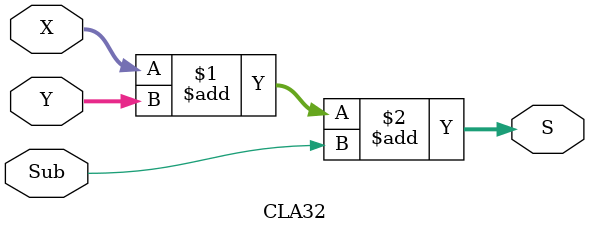
<source format=v>
`timescale 1ns / 1ps


module CLA32(X,Y,Sub,S);
    input [31:0]X,Y;
    input Sub;
    output [31:0]S;
    assign S = X + Y + Sub;
endmodule

</source>
